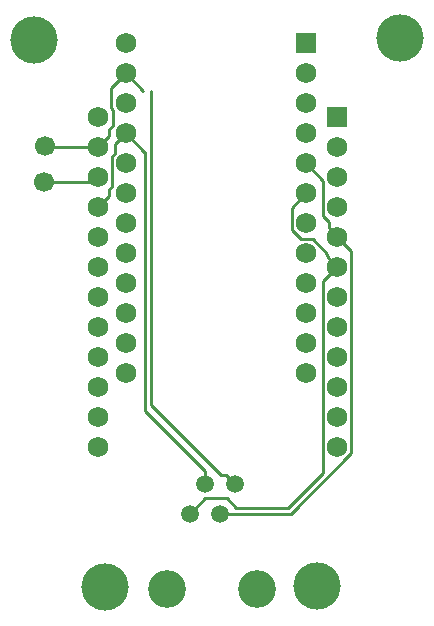
<source format=gtl>
G04 #@! TF.GenerationSoftware,KiCad,Pcbnew,(5.1.5-0-10_14)*
G04 #@! TF.CreationDate,2020-10-21T17:45:19+03:00*
G04 #@! TF.ProjectId,Wyse-converter,57797365-2d63-46f6-9e76-65727465722e,rev?*
G04 #@! TF.SameCoordinates,Original*
G04 #@! TF.FileFunction,Copper,L1,Top*
G04 #@! TF.FilePolarity,Positive*
%FSLAX46Y46*%
G04 Gerber Fmt 4.6, Leading zero omitted, Abs format (unit mm)*
G04 Created by KiCad (PCBNEW (5.1.5-0-10_14)) date 2020-10-21 17:45:19*
%MOMM*%
%LPD*%
G04 APERTURE LIST*
%ADD10R,1.752600X1.752600*%
%ADD11C,1.752600*%
%ADD12C,3.200000*%
%ADD13C,1.500000*%
%ADD14C,4.000000*%
%ADD15C,1.700000*%
%ADD16C,0.250000*%
G04 APERTURE END LIST*
D10*
X112630000Y-58320000D03*
D11*
X112630000Y-60860000D03*
X112630000Y-63400000D03*
X112630000Y-65940000D03*
X112630000Y-68480000D03*
X112630000Y-71020000D03*
X112630000Y-73560000D03*
X112630000Y-76100000D03*
X112630000Y-78640000D03*
X112630000Y-81180000D03*
X112630000Y-83720000D03*
X92390000Y-86260000D03*
X92390000Y-83720000D03*
X92390000Y-81180000D03*
X92390000Y-78640000D03*
X92390000Y-76100000D03*
X92390000Y-73560000D03*
X92390000Y-71020000D03*
X92390000Y-68480000D03*
X92390000Y-65940000D03*
X92390000Y-63400000D03*
X92390000Y-60860000D03*
X112630000Y-86260000D03*
X92390000Y-58320000D03*
D12*
X98230000Y-98280000D03*
X105850000Y-98280000D03*
D13*
X100140000Y-91930000D03*
X101410000Y-89390000D03*
X103950000Y-89390000D03*
X102680000Y-91930000D03*
D10*
X109960000Y-52130000D03*
D11*
X109960000Y-54670000D03*
X109960000Y-57210000D03*
X109960000Y-59750000D03*
X109960000Y-62290000D03*
X109960000Y-64830000D03*
X109960000Y-67370000D03*
X109960000Y-69910000D03*
X109960000Y-72450000D03*
X109960000Y-74990000D03*
X109960000Y-77530000D03*
X94720000Y-80070000D03*
X94720000Y-77530000D03*
X94720000Y-74990000D03*
X94720000Y-72450000D03*
X94720000Y-69910000D03*
X94720000Y-67370000D03*
X94720000Y-64830000D03*
X94720000Y-62290000D03*
X94720000Y-59750000D03*
X94720000Y-57210000D03*
X94720000Y-54670000D03*
X109960000Y-80070000D03*
X94720000Y-52130000D03*
D14*
X86950000Y-51870000D03*
X117970000Y-51670000D03*
X92990000Y-98190000D03*
X110900000Y-98050000D03*
D15*
X87840000Y-63880000D03*
X87860000Y-60790000D03*
D16*
X111753701Y-69925775D02*
X111753701Y-70143701D01*
X110536625Y-68708699D02*
X111753701Y-69925775D01*
X111753701Y-70143701D02*
X112630000Y-71020000D01*
X109520773Y-68708699D02*
X110536625Y-68708699D01*
X108758699Y-67946625D02*
X109520773Y-68708699D01*
X108758699Y-66031301D02*
X108758699Y-67946625D01*
X109960000Y-64830000D02*
X108758699Y-66031301D01*
X101420000Y-90650000D02*
X100140000Y-91930000D01*
X108460000Y-91460000D02*
X104070000Y-91460000D01*
X104070000Y-91460000D02*
X103260000Y-90650000D01*
X111428699Y-72221301D02*
X111428699Y-88491301D01*
X111428699Y-88491301D02*
X108460000Y-91460000D01*
X103260000Y-90650000D02*
X101420000Y-90650000D01*
X112630000Y-71020000D02*
X111428699Y-72221301D01*
X93266299Y-64505775D02*
X93266299Y-65063701D01*
X93591301Y-62823375D02*
X93591301Y-64180773D01*
X93518699Y-62750773D02*
X93591301Y-62823375D01*
X93591301Y-64180773D02*
X93266299Y-64505775D01*
X93843701Y-60626299D02*
X93843701Y-61388373D01*
X93266299Y-65063701D02*
X92390000Y-65940000D01*
X93518699Y-61713375D02*
X93518699Y-62750773D01*
X93843701Y-61388373D02*
X93518699Y-61713375D01*
X94720000Y-59750000D02*
X93843701Y-60626299D01*
X101410000Y-88329340D02*
X96350000Y-83269340D01*
X101410000Y-89390000D02*
X101410000Y-88329340D01*
X96350000Y-83269340D02*
X96350000Y-61330000D01*
X96300000Y-61330000D02*
X94720000Y-59750000D01*
X96350000Y-61330000D02*
X96300000Y-61330000D01*
X93266299Y-59425775D02*
X93266299Y-59983701D01*
X93620000Y-57772074D02*
X93620000Y-59072074D01*
X93266299Y-59983701D02*
X92390000Y-60860000D01*
X93480000Y-57632074D02*
X93620000Y-57772074D01*
X93620000Y-59072074D02*
X93266299Y-59425775D01*
X93480000Y-55910000D02*
X93480000Y-57632074D01*
X94720000Y-54670000D02*
X93480000Y-55910000D01*
X87930000Y-60860000D02*
X87860000Y-60790000D01*
X92390000Y-60860000D02*
X87930000Y-60860000D01*
X96200000Y-56150000D02*
X94720000Y-54670000D01*
X96860000Y-81660000D02*
X96860000Y-56170000D01*
X103200001Y-88640001D02*
X102790001Y-88640001D01*
X103950000Y-89390000D02*
X103200001Y-88640001D01*
X96860000Y-82710000D02*
X96860000Y-81660000D01*
X102790001Y-88640001D02*
X96860000Y-82710000D01*
X112630000Y-68470000D02*
X112630000Y-68480000D01*
X111910000Y-67750000D02*
X112630000Y-68470000D01*
X111910000Y-67230000D02*
X111910000Y-67750000D01*
X111428699Y-63758699D02*
X111428699Y-66748699D01*
X111428699Y-66748699D02*
X111910000Y-67230000D01*
X109960000Y-62290000D02*
X111428699Y-63758699D01*
X103740660Y-91930000D02*
X102680000Y-91930000D01*
X113831301Y-69681301D02*
X113831301Y-86836625D01*
X108737926Y-91930000D02*
X103740660Y-91930000D01*
X113831301Y-86836625D02*
X108737926Y-91930000D01*
X112630000Y-68480000D02*
X113831301Y-69681301D01*
X91910000Y-63880000D02*
X92390000Y-63400000D01*
X87840000Y-63880000D02*
X91910000Y-63880000D01*
M02*

</source>
